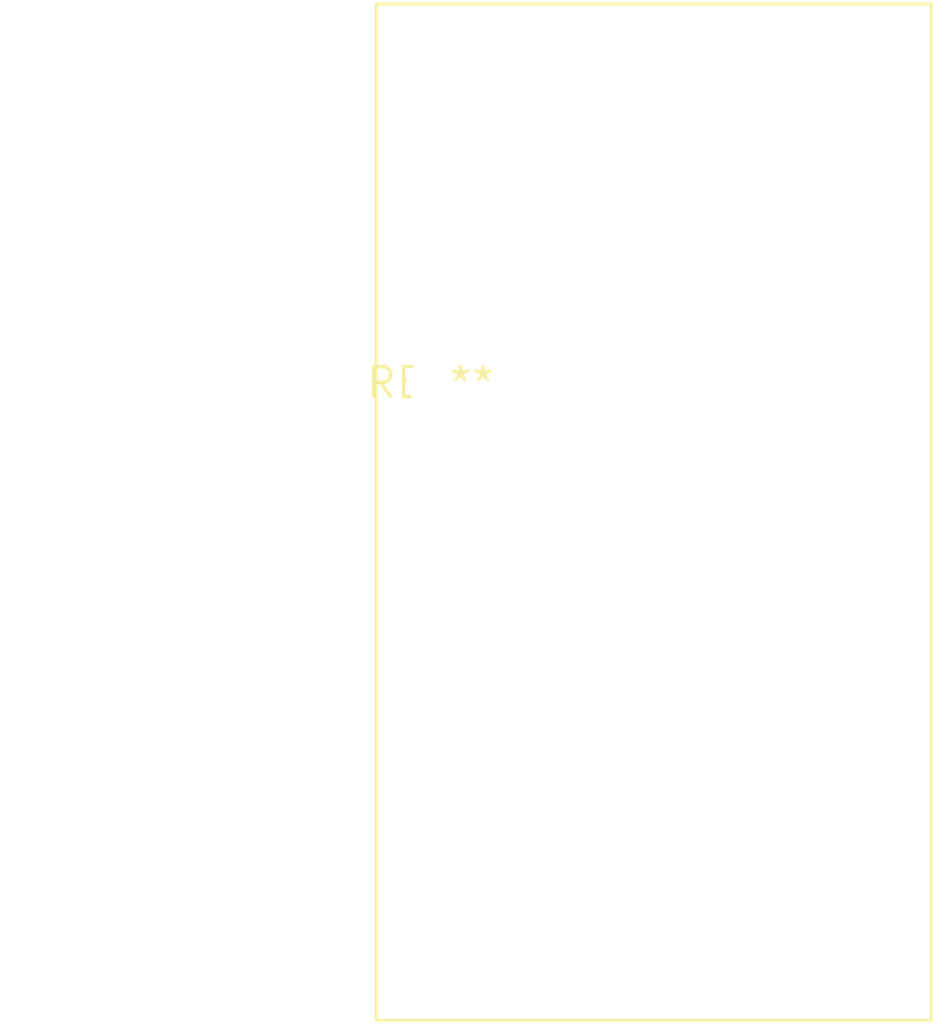
<source format=kicad_pcb>
(kicad_pcb (version 20240108) (generator pcbnew)
  (layers (0 "F.Cu" signal) (31 "B.Cu" signal) (34 "B.Paste" user) (35 "F.Paste" user) (36 "B.SilkS" user "B.Silkscreen") (37 "F.SilkS" user "F.Silkscreen") (38 "B.Mask" user) (39 "F.Mask" user) (44 "Edge.Cuts" user))
  (net 0 "")
  (footprint "L_CommonMode_Wuerth_WE-CMB-XXL" (layer "F.Cu") (at 0 0)
    (property "Reference" "REF**")
    (property "Value" "L_CommonMode_Wuerth_WE-CMB-XXL")
    (fp_line (start -2.3 -16.1) (end 21.3 -16.1) (layer "F.SilkS") (stroke (width 0.12)))
    (fp_line (start -2.3 27.1) (end -2.3 -16.1) (layer "F.SilkS") (stroke (width 0.12)))
    (fp_line (start 21.3 -16.1) (end 21.3 27.1) (layer "F.SilkS") (stroke (width 0.12)))
    (fp_line (start 21.3 27.1) (end -2.3 27.1) (layer "F.SilkS") (stroke (width 0.12)))
    (pad "1" thru_hole circle (at 0 0) (size 3.5 3.5) (drill 2) (layers *.Cu *.Mask) (remove_unused_layers))
    (pad "6" thru_hole circle (at 0 11) (size 3.5 3.5) (drill 2) (layers *.Cu *.Mask) (remove_unused_layers))
    (pad "7" thru_hole circle (at 19 11) (size 3.5 3.5) (drill 2) (layers *.Cu *.Mask) (remove_unused_layers))
    (pad "12" thru_hole circle (at 19 0) (size 3.5 3.5) (drill 2) (layers *.Cu *.Mask) (remove_unused_layers))
  )
)
</source>
